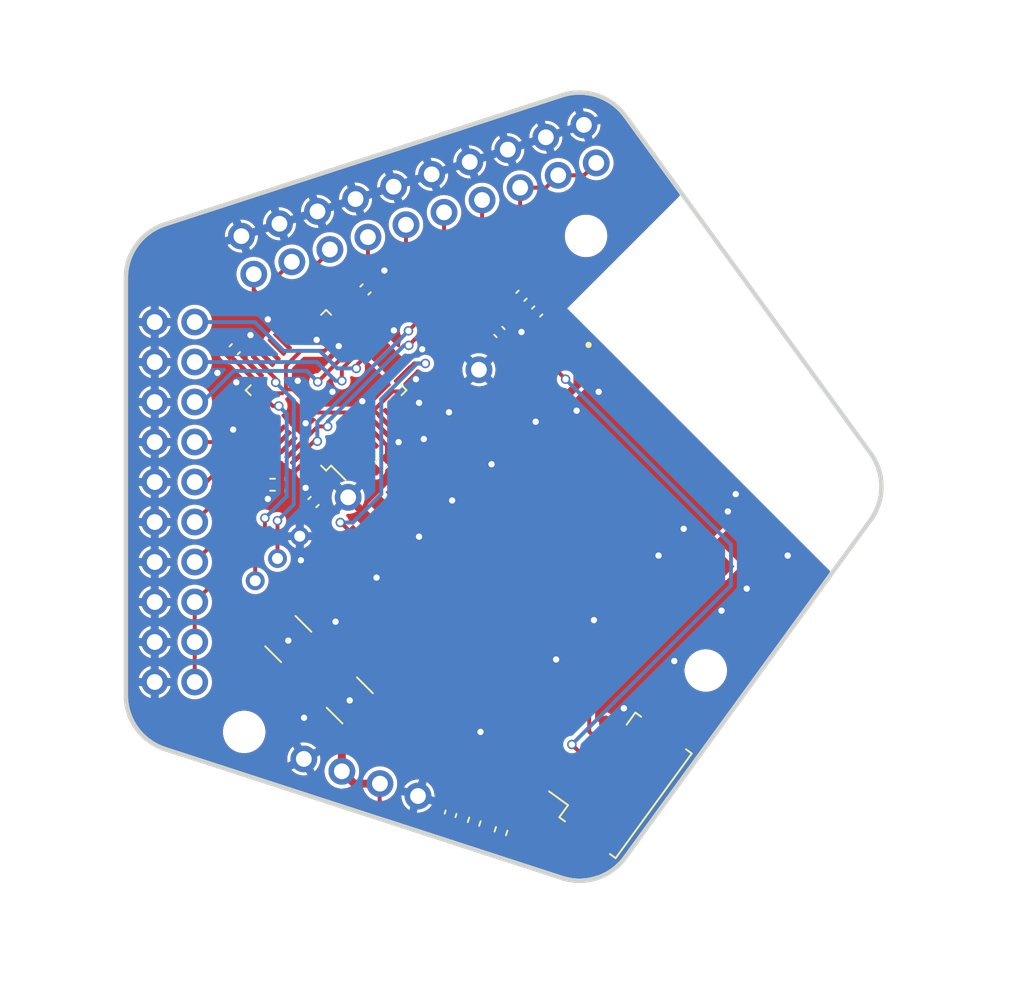
<source format=kicad_pcb>
(kicad_pcb (version 20241229) (generator "pcbnew") (generator_version "9.0")
  (layers (0 "F.Cu" signal) (2 "B.Cu" signal) (13 "F.Paste" user) (15 "B.Paste" user) (5 "F.SilkS" user "F.Silkscreen") (7 "B.SilkS" user "B.Silkscreen") (1 "F.Mask" user) (3 "B.Mask" user) (25 "Edge.Cuts" user))
  (net 0 "")
  (net 1 "Net-(U3-NRST)")
  (net 2 "Net-(U3-BOOT0)")
  (net 28 "GND")
  (net 29 "3V3")
  (net 30 "ESPEN")
  (net 31 "ESPRST")
  (net 32 "ESPRX")
  (net 35 "ESPTX")
  (net 36 "STMTX")
  (net 37 "STMRX")
  (net 38 "SWDIO")
  (net 39 "SWDCLK")
  (net 50 "DATA7")
  (net 51 "DATA6")
  (net 52 "DATA5")
  (net 53 "DATA4")
  (net 54 "DATA3")
  (net 55 "DATA2")
  (net 56 "DATA1")
  (net 57 "DATA0")
  (net 58 "DATA8")
  (net 59 "DATA9")
  (net 60 "DATA10")
  (net 61 "DATA11")
  (net 62 "DATA12")
  (net 63 "DATA13")
  (net 64 "DATA14")
  (net 65 "DATA15")
  (footprint "Capacitor_SMD:C_0402_1005Metric" (layer "F.Cu") (at -10.1 -0.7 -135)
    (property "Reference" "C2" (hide yes))
    (property "Value" "1uF")
  )
  (footprint "Capacitor_SMD:C_0402_1005Metric" (layer "F.Cu") (at -15.1 -10.4 45)
    (property "Reference" "C3" (hide yes))
    (property "Value" "1uF")
  )
  (footprint "Capacitor_SMD:C_0402_1005Metric" (layer "F.Cu") (at -6.8 -14.2 45)
    (property "Reference" "C5" (hide yes))
    (property "Value" "100nF")
  )
  (footprint "Capacitor_SMD:C_0402_1005Metric" (layer "F.Cu") (at 1.7 -11.5 -45)
    (property "Reference" "C8" (hide yes))
    (property "Value" "100nF")
  )
  (footprint "Resistor_SMD:R_0402_1005Metric" (layer "F.Cu") (at 0.1 19.6 72)
    (property "Reference" "R5" (hide yes))
    (property "Value" "10k")
  )
  (footprint "Resistor_SMD:R_0402_1005Metric" (layer "F.Cu") (at -5.8 -3.1 -135)
    (property "Reference" "R6" (hide yes))
    (property "Value" "10k")
  )
  (footprint "Resistor_SMD:R_0402_1005Metric" (layer "F.Cu") (at 1.8 20.2 72)
    (property "Reference" "R11" (hide yes))
    (property "Value" "10k")
  )
  (footprint "esp32-wrover:XCVR_ESP32-WROVER" (layer "F.Cu") (at 6.439018 0.140166 -45)
    (property "Reference" "U1" (hide yes))
    (property "Value" "ESP32-WROVER")
  )
  (footprint "Capacitor_SMD:C_0402_1005Metric" (layer "F.Cu") (at 3.1 -13.8 45)
    (property "Reference" "C9" (hide yes))
    (property "Value" "1uF")
  )
  (footprint "Capacitor_SMD:C_0402_1005Metric" (layer "F.Cu") (at 4.1 -12.8 45)
    (property "Reference" "C10" (hide yes))
    (property "Value" "1uF")
  )
  (footprint "Capacitor_SMD:C_0402_1005Metric" (layer "F.Cu") (at -1.4 19.1 72)
    (property "Reference" "C7" (hide yes))
    (property "Value" "1uF")
  )
  (footprint "Resistor_SMD:R_0402_1005Metric" (layer "F.Cu") (at -12.7 -1.8)
    (property "Reference" "R7" (hide yes))
    (property "Value" "10k")
  )
  (footprint "Connector_PinHeader_2.54mm:PinHeader_1x03_P2.54mm_Vertical" (layer "F.Cu") (at -13.8 4.3 135)
    (property "Reference" "J5" (hide yes))
    (property "Value" "Conn_01x03_Male")
  )
  (footprint "Connector_Molex:Molex_PicoBlade_53261-0571_1x05-1MP_P1.25mm_Horizontal" (layer "F.Cu") (at 9.3 17 54)
    (property "Reference" "J2" (hide yes))
    (property "Value" "Conn_01x05_Male")
  )
  (footprint "Connector_PinHeader_2.54mm:PinHeader_2x10_P2.54mm_Vertical" (layer "F.Cu") (at -17.640411 10.729639 180)
    (property "Reference" "J1" (hide yes))
    (property "Value" "Conn_02x10_Odd_Even")
  )
  (footprint "Connector_PinHeader_2.54mm:PinHeader_2x10_P2.54mm_Vertical" (layer "F.Cu") (at -13.892745 -15.17092 108)
    (property "Reference" "J3" (hide yes))
    (property "Value" "Conn_02x10_Odd_Even")
  )
  (footprint "Package_QFP:LQFP-48_7x7mm_P0.5mm" (layer "F.Cu") (at -9.3 -7.8 135)
    (property "Reference" "U3" (hide yes))
    (property "Value" "STM32F030C8Tx")
  )
  (footprint "MountingHole:MountingHole_2.2mm_M2" (layer "F.Cu") (at -14.5 13.9)
    (property "Reference" "REF**" (hide yes))
    (property "Value" "MountingHole_2.2mm_M2")
  )
  (footprint "MountingHole:MountingHole_2.2mm_M2" (layer "F.Cu") (at 22.4 0)
    (property "Reference" "REF**" (hide yes))
    (property "Value" "MountingHole_2.2mm_M2")
  )
  (footprint "MountingHole:MountingHole_2.2mm_M2" (layer "F.Cu") (at 7.2 -17.6)
    (property "Reference" "REF**" (hide yes))
    (property "Value" "MountingHole_2.2mm_M2")
  )
  (footprint "Connector_PinHeader_2.54mm:PinHeader_1x01_P2.54mm_Vertical" (layer "F.Cu") (at -7.9 -1)
    (property "Reference" "J7" (hide yes))
    (property "Value" "Conn_01x01_Male")
  )
  (footprint "Connector_PinHeader_2.54mm:PinHeader_1x04_P2.54mm_Vertical" (layer "F.Cu") (at -10.715684 15.615097 72)
    (property "Reference" "J4" (hide yes))
    (property "Value" "Conn_01x04_Male")
  )
  (footprint "Capacitor_SMD:C_1210_3225Metric" (layer "F.Cu") (at -11.7 8 135)
    (property "Reference" "C1" (hide yes))
    (property "Value" "22uF")
  )
  (footprint "Capacitor_SMD:C_1210_3225Metric" (layer "F.Cu") (at -7.8 11.9 -45)
    (property "Reference" "C4" (hide yes))
    (property "Value" "22uF")
  )
  (footprint "MountingHole:MountingHole_2.2mm_M2" (layer "F.Cu") (at 14.8 10)
    (property "Reference" "REF**" (hide yes))
    (property "Value" "MountingHole_2.2mm_M2")
  )
  (footprint "outline:outlinex" (layer "F.Cu") (at 0 0)
    (property "Reference" "")
    (property "Value" "")
    (fp_line (start -22.010138 11.574039) (end -22.007224 11.719321) (stroke (width 0.282843)) (layer "Edge.Cuts"))
    (fp_line (start -22.010135 -14.926086) (end -22.010138 11.574039) (stroke (width 0.282843)) (layer "Edge.Cuts"))
    (fp_line (start -22.007224 11.719321) (end -21.998538 11.863434) (stroke (width 0.282843)) (layer "Edge.Cuts"))
    (fp_line (start -22.007203 -15.071351) (end -22.010135 -14.926086) (stroke (width 0.282843)) (layer "Edge.Cuts"))
    (fp_line (start -21.998538 11.863434) (end -21.984175 12.006247) (stroke (width 0.282843)) (layer "Edge.Cuts"))
    (fp_line (start -21.9985 -15.215448) (end -22.007203 -15.071351) (stroke (width 0.282843)) (layer "Edge.Cuts"))
    (fp_line (start -21.984175 12.006247) (end -21.964231 12.147628) (stroke (width 0.282843)) (layer "Edge.Cuts"))
    (fp_line (start -21.984122 -15.358244) (end -21.9985 -15.215448) (stroke (width 0.282843)) (layer "Edge.Cuts"))
    (fp_line (start -21.964231 12.147628) (end -21.938803 12.287444) (stroke (width 0.282843)) (layer "Edge.Cuts"))
    (fp_line (start -21.964164 -15.499607) (end -21.984122 -15.358244) (stroke (width 0.282843)) (layer "Edge.Cuts"))
    (fp_line (start -21.938803 12.287444) (end -21.907985 12.425564) (stroke (width 0.282843)) (layer "Edge.Cuts"))
    (fp_line (start -21.938722 -15.639406) (end -21.964164 -15.499607) (stroke (width 0.282843)) (layer "Edge.Cuts"))
    (fp_line (start -21.907985 12.425564) (end -21.871874 12.561856) (stroke (width 0.282843)) (layer "Edge.Cuts"))
    (fp_line (start -21.907893 -15.777508) (end -21.938722 -15.639406) (stroke (width 0.282843)) (layer "Edge.Cuts"))
    (fp_line (start -21.871874 12.561856) (end -21.830566 12.696187) (stroke (width 0.282843)) (layer "Edge.Cuts"))
    (fp_line (start -21.871772 -15.913782) (end -21.907893 -15.777508) (stroke (width 0.282843)) (layer "Edge.Cuts"))
    (fp_line (start -21.830566 12.696187) (end -21.784157 12.828426) (stroke (width 0.282843)) (layer "Edge.Cuts"))
    (fp_line (start -21.830455 -16.048095) (end -21.871772 -15.913782) (stroke (width 0.282843)) (layer "Edge.Cuts"))
    (fp_line (start -21.784157 12.828426) (end -21.732742 12.95844) (stroke (width 0.282843)) (layer "Edge.Cuts"))
    (fp_line (start -21.784038 -16.180316) (end -21.830455 -16.048095) (stroke (width 0.282843)) (layer "Edge.Cuts"))
    (fp_line (start -21.732742 12.95844) (end -21.676418 13.086097) (stroke (width 0.282843)) (layer "Edge.Cuts"))
    (fp_line (start -21.732617 -16.310312) (end -21.784038 -16.180316) (stroke (width 0.282843)) (layer "Edge.Cuts"))
    (fp_line (start -21.676418 13.086097) (end -21.615281 13.211266) (stroke (width 0.282843)) (layer "Edge.Cuts"))
    (fp_line (start -21.676288 -16.437952) (end -21.732617 -16.310312) (stroke (width 0.282843)) (layer "Edge.Cuts"))
    (fp_line (start -21.615281 13.211266) (end -21.549425 13.333815) (stroke (width 0.282843)) (layer "Edge.Cuts"))
    (fp_line (start -21.615146 -16.563103) (end -21.676288 -16.437952) (stroke (width 0.282843)) (layer "Edge.Cuts"))
    (fp_line (start -21.549425 13.333815) (end -21.478948 13.453611) (stroke (width 0.282843)) (layer "Edge.Cuts"))
    (fp_line (start -21.549288 -16.685634) (end -21.615146 -16.563103) (stroke (width 0.282843)) (layer "Edge.Cuts"))
    (fp_line (start -21.478948 13.453611) (end -21.403946 13.570523) (stroke (width 0.282843)) (layer "Edge.Cuts"))
    (fp_line (start -21.478809 -16.805413) (end -21.549288 -16.685634) (stroke (width 0.282843)) (layer "Edge.Cuts"))
    (fp_line (start -21.403946 13.570523) (end -21.324513 13.684418) (stroke (width 0.282843)) (layer "Edge.Cuts"))
    (fp_line (start -21.403806 -16.922307) (end -21.478809 -16.805413) (stroke (width 0.282843)) (layer "Edge.Cuts"))
    (fp_line (start -21.324513 13.684418) (end -21.240746 13.795164) (stroke (width 0.282843)) (layer "Edge.Cuts"))
    (fp_line (start -21.324373 -17.036185) (end -21.403806 -16.922307) (stroke (width 0.282843)) (layer "Edge.Cuts"))
    (fp_line (start -21.240746 13.795164) (end -21.152741 13.902629) (stroke (width 0.282843)) (layer "Edge.Cuts"))
    (fp_line (start -21.240608 -17.146915) (end -21.324373 -17.036185) (stroke (width 0.282843)) (layer "Edge.Cuts"))
    (fp_line (start -21.152741 13.902629) (end -21.060594 14.006682) (stroke (width 0.282843)) (layer "Edge.Cuts"))
    (fp_line (start -21.152606 -17.254365) (end -21.240608 -17.146915) (stroke (width 0.282843)) (layer "Edge.Cuts"))
    (fp_line (start -21.060594 14.006682) (end -20.964401 14.107191) (stroke (width 0.282843)) (layer "Edge.Cuts"))
    (fp_line (start -21.060463 -17.358402) (end -21.152606 -17.254365) (stroke (width 0.282843)) (layer "Edge.Cuts"))
    (fp_line (start -20.964401 14.107191) (end -20.864258 14.204023) (stroke (width 0.282843)) (layer "Edge.Cuts"))
    (fp_line (start -20.964274 -17.458895) (end -21.060463 -17.358402) (stroke (width 0.282843)) (layer "Edge.Cuts"))
    (fp_line (start -20.864258 14.204023) (end -20.76026 14.297046) (stroke (width 0.282843)) (layer "Edge.Cuts"))
    (fp_line (start -20.864136 -17.555712) (end -20.964274 -17.458895) (stroke (width 0.282843)) (layer "Edge.Cuts"))
    (fp_line (start -20.76026 14.297046) (end -20.652503 14.386128) (stroke (width 0.282843)) (layer "Edge.Cuts"))
    (fp_line (start -20.760145 -17.648721) (end -20.864136 -17.555712) (stroke (width 0.282843)) (layer "Edge.Cuts"))
    (fp_line (start -20.652503 14.386128) (end -20.541084 14.471137) (stroke (width 0.282843)) (layer "Edge.Cuts"))
    (fp_line (start -20.652396 -17.73779) (end -20.760145 -17.648721) (stroke (width 0.282843)) (layer "Edge.Cuts"))
    (fp_line (start -20.541084 14.471137) (end -20.426098 14.551942) (stroke (width 0.282843)) (layer "Edge.Cuts"))
    (fp_line (start -20.540985 -17.822787) (end -20.652396 -17.73779) (stroke (width 0.282843)) (layer "Edge.Cuts"))
    (fp_line (start -20.426098 14.551942) (end -20.307641 14.62841) (stroke (width 0.282843)) (layer "Edge.Cuts"))
    (fp_line (start -20.426008 -17.90358) (end -20.540985 -17.822787) (stroke (width 0.282843)) (layer "Edge.Cuts"))
    (fp_line (start -20.307641 14.62841) (end -20.18581 14.700409) (stroke (width 0.282843)) (layer "Edge.Cuts"))
    (fp_line (start -20.307562 -17.980037) (end -20.426008 -17.90358) (stroke (width 0.282843)) (layer "Edge.Cuts"))
    (fp_line (start -20.18581 14.700409) (end -20.060699 14.767808) (stroke (width 0.282843)) (layer "Edge.Cuts"))
    (fp_line (start -20.185742 -18.052026) (end -20.307562 -17.980037) (stroke (width 0.282843)) (layer "Edge.Cuts"))
    (fp_line (start -20.060699 14.767808) (end -19.932405 14.830473) (stroke (width 0.282843)) (layer "Edge.Cuts"))
    (fp_line (start -20.060643 -18.119415) (end -20.185742 -18.052026) (stroke (width 0.282843)) (layer "Edge.Cuts"))
    (fp_line (start -19.932405 14.830473) (end -19.801025 14.888274) (stroke (width 0.282843)) (layer "Edge.Cuts"))
    (fp_line (start -19.932362 -18.182072) (end -20.060643 -18.119415) (stroke (width 0.282843)) (layer "Edge.Cuts"))
    (fp_line (start -19.801025 14.888274) (end -19.666652 14.941078) (stroke (width 0.282843)) (layer "Edge.Cuts"))
    (fp_line (start -19.800995 -18.239865) (end -19.932362 -18.182072) (stroke (width 0.282843)) (layer "Edge.Cuts"))
    (fp_line (start -19.666652 14.941078) (end -19.529385 14.988753) (stroke (width 0.282843)) (layer "Edge.Cuts"))
    (fp_line (start -19.666637 -18.292662) (end -19.800995 -18.239865) (stroke (width 0.282843)) (layer "Edge.Cuts"))
    (fp_line (start -19.529385 -18.340332) (end -19.666637 -18.292662) (stroke (width 0.282843)) (layer "Edge.Cuts"))
    (fp_line (start -19.529385 14.988753) (end 5.674037 23.177516) (stroke (width 0.282843)) (layer "Edge.Cuts"))
    (fp_line (start 5.674037 -26.529561) (end -19.529385 -18.340332) (stroke (width 0.282843)) (layer "Edge.Cuts"))
    (fp_line (start 5.674037 23.177516) (end 5.81309 23.219609) (stroke (width 0.282843)) (layer "Edge.Cuts"))
    (fp_line (start 5.81309 -26.571654) (end 5.674037 -26.529561) (stroke (width 0.282843)) (layer "Edge.Cuts"))
    (fp_line (start 5.81309 23.219609) (end 5.952815 23.255853) (stroke (width 0.282843)) (layer "Edge.Cuts"))
    (fp_line (start 5.952815 -26.607899) (end 5.81309 -26.571654) (stroke (width 0.282843)) (layer "Edge.Cuts"))
    (fp_line (start 5.952815 23.255853) (end 6.093057 23.286299) (stroke (width 0.282843)) (layer "Edge.Cuts"))
    (fp_line (start 6.093056 -26.638344) (end 5.952815 -26.607899) (stroke (width 0.282843)) (layer "Edge.Cuts"))
    (fp_line (start 6.093057 23.286299) (end 6.23366 23.310996) (stroke (width 0.282843)) (layer "Edge.Cuts"))
    (fp_line (start 6.233659 -26.663041) (end 6.093056 -26.638344) (stroke (width 0.282843)) (layer "Edge.Cuts"))
    (fp_line (start 6.23366 23.310996) (end 6.374469 23.329995) (stroke (width 0.282843)) (layer "Edge.Cuts"))
    (fp_line (start 6.374469 -26.68204) (end 6.233659 -26.663041) (stroke (width 0.282843)) (layer "Edge.Cuts"))
    (fp_line (start 6.374469 23.329995) (end 6.51533 23.343346) (stroke (width 0.282843)) (layer "Edge.Cuts"))
    (fp_line (start 6.51533 -26.695392) (end 6.374469 -26.68204) (stroke (width 0.282843)) (layer "Edge.Cuts"))
    (fp_line (start 6.51533 23.343346) (end 6.656087 23.351101) (stroke (width 0.282843)) (layer "Edge.Cuts"))
    (fp_line (start 6.656086 -26.703147) (end 6.51533 -26.695392) (stroke (width 0.282843)) (layer "Edge.Cuts"))
    (fp_line (start 6.656087 23.351101) (end 6.796585 23.353309) (stroke (width 0.282843)) (layer "Edge.Cuts"))
    (fp_line (start 6.796584 -26.705355) (end 6.656086 -26.703147) (stroke (width 0.282843)) (layer "Edge.Cuts"))
    (fp_line (start 6.796585 23.353309) (end 6.936669 23.35002) (stroke (width 0.282843)) (layer "Edge.Cuts"))
    (fp_line (start 6.936668 -26.702066) (end 6.796584 -26.705355) (stroke (width 0.282843)) (layer "Edge.Cuts"))
    (fp_line (start 6.936669 23.35002) (end 7.076183 23.341286) (stroke (width 0.282843)) (layer "Edge.Cuts"))
    (fp_line (start 7.076182 -26.693332) (end 6.936668 -26.702066) (stroke (width 0.282843)) (layer "Edge.Cuts"))
    (fp_line (start 7.076183 23.341286) (end 7.214973 23.327156) (stroke (width 0.282843)) (layer "Edge.Cuts"))
    (fp_line (start 7.214973 -26.679203) (end 7.076182 -26.693332) (stroke (width 0.282843)) (layer "Edge.Cuts"))
    (fp_line (start 7.214973 23.327156) (end 7.352884 23.307681) (stroke (width 0.282843)) (layer "Edge.Cuts"))
    (fp_line (start 7.352883 -26.659728) (end 7.214973 -26.679203) (stroke (width 0.282843)) (layer "Edge.Cuts"))
    (fp_line (start 7.352884 23.307681) (end 7.489761 23.282911) (stroke (width 0.282843)) (layer "Edge.Cuts"))
    (fp_line (start 7.48976 -26.634958) (end 7.352883 -26.659728) (stroke (width 0.282843)) (layer "Edge.Cuts"))
    (fp_line (start 7.489761 23.282911) (end 7.625447 23.252897) (stroke (width 0.282843)) (layer "Edge.Cuts"))
    (fp_line (start 7.625446 -26.604944) (end 7.48976 -26.634958) (stroke (width 0.282843)) (layer "Edge.Cuts"))
    (fp_line (start 7.625447 23.252897) (end 7.759789 23.217689) (stroke (width 0.282843)) (layer "Edge.Cuts"))
    (fp_line (start 7.759788 -26.569737) (end 7.625446 -26.604944) (stroke (width 0.282843)) (layer "Edge.Cuts"))
    (fp_line (start 7.759789 23.217689) (end 7.892631 23.177338) (stroke (width 0.282843)) (layer "Edge.Cuts"))
    (fp_line (start 7.89263 -26.529386) (end 7.759788 -26.569737) (stroke (width 0.282843)) (layer "Edge.Cuts"))
    (fp_line (start 7.892631 23.177338) (end 8.023819 23.131894) (stroke (width 0.282843)) (layer "Edge.Cuts"))
    (fp_line (start 8.023817 -26.483941) (end 7.89263 -26.529386) (stroke (width 0.282843)) (layer "Edge.Cuts"))
    (fp_line (start 8.023819 23.131894) (end 8.153196 23.081406) (stroke (width 0.282843)) (layer "Edge.Cuts"))
    (fp_line (start 8.153194 -26.433455) (end 8.023817 -26.483941) (stroke (width 0.282843)) (layer "Edge.Cuts"))
    (fp_line (start 8.153196 23.081406) (end 8.280607 23.025927) (stroke (width 0.282843)) (layer "Edge.Cuts"))
    (fp_line (start 8.280606 -26.377975) (end 8.153194 -26.433455) (stroke (width 0.282843)) (layer "Edge.Cuts"))
    (fp_line (start 8.280607 23.025927) (end 8.405899 22.965506) (stroke (width 0.282843)) (layer "Edge.Cuts"))
    (fp_line (start 8.405898 -26.317554) (end 8.280606 -26.377975) (stroke (width 0.282843)) (layer "Edge.Cuts"))
    (fp_line (start 8.405899 22.965506) (end 8.528915 22.900193) (stroke (width 0.282843)) (layer "Edge.Cuts"))
    (fp_line (start 8.528914 -26.252242) (end 8.405898 -26.317554) (stroke (width 0.282843)) (layer "Edge.Cuts"))
    (fp_line (start 8.528915 22.900193) (end 8.6495 22.83004) (stroke (width 0.282843)) (layer "Edge.Cuts"))
    (fp_line (start 8.649499 -26.182088) (end 8.528914 -26.252242) (stroke (width 0.282843)) (layer "Edge.Cuts"))
    (fp_line (start 8.6495 22.83004) (end 8.7675 22.755095) (stroke (width 0.282843)) (layer "Edge.Cuts"))
    (fp_line (start 8.767499 -26.107144) (end 8.649499 -26.182088) (stroke (width 0.282843)) (layer "Edge.Cuts"))
    (fp_line (start 8.7675 22.755095) (end 8.882759 22.67541) (stroke (width 0.282843)) (layer "Edge.Cuts"))
    (fp_line (start 8.882758 -26.02746) (end 8.767499 -26.107144) (stroke (width 0.282843)) (layer "Edge.Cuts"))
    (fp_line (start 8.882759 22.67541) (end 8.995122 22.591036) (stroke (width 0.282843)) (layer "Edge.Cuts"))
    (fp_line (start 8.995121 -25.943086) (end 8.882758 -26.02746) (stroke (width 0.282843)) (layer "Edge.Cuts"))
    (fp_line (start 8.995122 22.591036) (end 9.104434 22.502022) (stroke (width 0.282843)) (layer "Edge.Cuts"))
    (fp_line (start 9.104434 -25.854072) (end 8.995121 -25.943086) (stroke (width 0.282843)) (layer "Edge.Cuts"))
    (fp_line (start 9.104434 22.502022) (end 9.210541 22.408419) (stroke (width 0.282843)) (layer "Edge.Cuts"))
    (fp_line (start 9.21054 -25.760469) (end 9.104434 -25.854072) (stroke (width 0.282843)) (layer "Edge.Cuts"))
    (fp_line (start 9.210541 22.408419) (end 9.313285 22.310278) (stroke (width 0.282843)) (layer "Edge.Cuts"))
    (fp_line (start 9.313285 -25.662328) (end 9.21054 -25.760469) (stroke (width 0.282843)) (layer "Edge.Cuts"))
    (fp_line (start 9.313285 22.310278) (end 9.412514 22.207648) (stroke (width 0.282843)) (layer "Edge.Cuts"))
    (fp_line (start 9.412513 -25.559698) (end 9.313285 -25.662328) (stroke (width 0.282843)) (layer "Edge.Cuts"))
    (fp_line (start 9.412514 22.207648) (end 9.508071 22.10058) (stroke (width 0.282843)) (layer "Edge.Cuts"))
    (fp_line (start 9.50807 -25.452631) (end 9.412513 -25.559698) (stroke (width 0.282843)) (layer "Edge.Cuts"))
    (fp_line (start 9.508071 22.10058) (end 9.599801 21.989125) (stroke (width 0.282843)) (layer "Edge.Cuts"))
    (fp_line (start 9.599801 -25.341176) (end 9.50807 -25.452631) (stroke (width 0.282843)) (layer "Edge.Cuts"))
    (fp_line (start 9.599801 21.989125) (end 9.68755 21.873333) (stroke (width 0.282843)) (layer "Edge.Cuts"))
    (fp_line (start 9.68755 -25.225384) (end 9.599801 -25.341176) (stroke (width 0.282843)) (layer "Edge.Cuts"))
    (fp_line (start 9.68755 21.873333) (end 25.26434 0.434273) (stroke (width 0.282843)) (layer "Edge.Cuts"))
    (fp_line (start 25.26434 -3.786318) (end 9.68755 -25.225384) (stroke (width 0.282843)) (layer "Edge.Cuts"))
    (fp_line (start 25.26434 0.434273) (end 25.347368 0.315025) (stroke (width 0.282843)) (layer "Edge.Cuts"))
    (fp_line (start 25.347368 -3.667069) (end 25.26434 -3.786318) (stroke (width 0.282843)) (layer "Edge.Cuts"))
    (fp_line (start 25.347368 0.315025) (end 25.425039 0.193329) (stroke (width 0.282843)) (layer "Edge.Cuts"))
    (fp_line (start 25.425039 -3.545374) (end 25.347368 -3.667069) (stroke (width 0.282843)) (layer "Edge.Cuts"))
    (fp_line (start 25.425039 0.193329) (end 25.497354 0.069349) (stroke (width 0.282843)) (layer "Edge.Cuts"))
    (fp_line (start 25.497354 -3.421394) (end 25.425039 -3.545374) (stroke (width 0.282843)) (layer "Edge.Cuts"))
    (fp_line (start 25.497354 0.069349) (end 25.564312 -0.056752) (stroke (width 0.282843)) (layer "Edge.Cuts"))
    (fp_line (start 25.564312 -3.295292) (end 25.497354 -3.421394) (stroke (width 0.282843)) (layer "Edge.Cuts"))
    (fp_line (start 25.564312 -0.056752) (end 25.625913 -0.184811) (stroke (width 0.282843)) (layer "Edge.Cuts"))
    (fp_line (start 25.625913 -3.167233) (end 25.564312 -3.295292) (stroke (width 0.282843)) (layer "Edge.Cuts"))
    (fp_line (start 25.625913 -0.184811) (end 25.682158 -0.314665) (stroke (width 0.282843)) (layer "Edge.Cuts"))
    (fp_line (start 25.682158 -3.037379) (end 25.625913 -3.167233) (stroke (width 0.282843)) (layer "Edge.Cuts"))
    (fp_line (start 25.682158 -0.314665) (end 25.733046 -0.446151) (stroke (width 0.282843)) (layer "Edge.Cuts"))
    (fp_line (start 25.733046 -2.905894) (end 25.682158 -3.037379) (stroke (width 0.282843)) (layer "Edge.Cuts"))
    (fp_line (start 25.733046 -0.446151) (end 25.778578 -0.579105) (stroke (width 0.282843)) (layer "Edge.Cuts"))
    (fp_line (start 25.778578 -2.77294) (end 25.733046 -2.905894) (stroke (width 0.282843)) (layer "Edge.Cuts"))
    (fp_line (start 25.778578 -0.579105) (end 25.818752 -0.713364) (stroke (width 0.282843)) (layer "Edge.Cuts"))
    (fp_line (start 25.818752 -2.63868) (end 25.778578 -2.77294) (stroke (width 0.282843)) (layer "Edge.Cuts"))
    (fp_line (start 25.818752 -0.713364) (end 25.85357 -0.848765) (stroke (width 0.282843)) (layer "Edge.Cuts"))
    (fp_line (start 25.85357 -2.503279) (end 25.818752 -2.63868) (stroke (width 0.282843)) (layer "Edge.Cuts"))
    (fp_line (start 25.85357 -0.848765) (end 25.883032 -0.985146) (stroke (width 0.282843)) (layer "Edge.Cuts"))
    (fp_line (start 25.883032 -2.366898) (end 25.85357 -2.503279) (stroke (width 0.282843)) (layer "Edge.Cuts"))
    (fp_line (start 25.883032 -0.985146) (end 25.907137 -1.122342) (stroke (width 0.282843)) (layer "Edge.Cuts"))
    (fp_line (start 25.907137 -2.229702) (end 25.883032 -2.366898) (stroke (width 0.282843)) (layer "Edge.Cuts"))
    (fp_line (start 25.907137 -1.122342) (end 25.925885 -1.260191) (stroke (width 0.282843)) (layer "Edge.Cuts"))
    (fp_line (start 25.925885 -2.091853) (end 25.907137 -2.229702) (stroke (width 0.282843)) (layer "Edge.Cuts"))
    (fp_line (start 25.925885 -1.260191) (end 25.939277 -1.398529) (stroke (width 0.282843)) (layer "Edge.Cuts"))
    (fp_line (start 25.939277 -1.953515) (end 25.925885 -2.091853) (stroke (width 0.282843)) (layer "Edge.Cuts"))
    (fp_line (start 25.939277 -1.398529) (end 25.947312 -1.537194) (stroke (width 0.282843)) (layer "Edge.Cuts"))
    (fp_line (start 25.947312 -1.81485) (end 25.939277 -1.953515) (stroke (width 0.282843)) (layer "Edge.Cuts"))
    (fp_line (start 25.947312 -1.537194) (end 25.94999 -1.676022) (stroke (width 0.282843)) (layer "Edge.Cuts"))
    (fp_line (start 25.94999 -1.676022) (end 25.947312 -1.81485) (stroke (width 0.282843)) (layer "Edge.Cuts"))
  )
  (footprint "Connector_PinHeader_2.54mm:PinHeader_1x01_P2.54mm_Vertical" (layer "F.Cu") (at 0.4 -9.1)
    (property "Reference" "J6" (hide yes))
    (property "Value" "Conn_01x01_Male")
  )
  (segment (start -5.439376 -4.29293) (end -5.439376 -3.460624) (width 0.25) (layer "F.Cu") (net 1))
  (segment (start -6.179891 -5.033445) (end -5.439376 -4.29293) (width 0.25) (layer "F.Cu") (net 1))
  (segment (start -13.21 -2.82934) (end -13.21 -1.8) (width 0.25) (layer "F.Cu") (net 2))
  (segment (start -11.713002 -4.326338) (end -13.21 -2.82934) (width 0.25) (layer "F.Cu") (net 2))
  (segment (start -10.652342 -3.265678) (end -11.299999 -2.618021) (width 0.25) (layer "F.Cu") (net 28))
  (segment (start -14.1 -10.9) (end -14.1 -11.3) (width 0.25) (layer "F.Cu") (net 28))
  (segment (start -4.93934 -4.5) (end -4.7 -4.5) (width 0.25) (layer "F.Cu") (net 28))
  (segment (start -13.834322 -9.152342) (end -13.869664 -9.152342) (width 0.25) (layer "F.Cu") (net 28))
  (segment (start -7.947658 -12.334322) (end -8.515606 -11.766374) (width 0.25) (layer "F.Cu") (net 28))
  (segment (start -13.869664 -9.152342) (end -14.437611 -9.720289) (width 0.25) (layer "F.Cu") (net 28))
  (segment (start -13.834322 -9.187682) (end -14.40227 -9.75563) (width 0.25) (layer "F.Cu") (net 28))
  (segment (start 8.827822 13.566773) (end 8.827822 13.172178) (width 0.25) (layer "F.Cu") (net 28))
  (segment (start -14.40227 -9.75563) (end -14.40227 -10.59773) (width 0.25) (layer "F.Cu") (net 28))
  (segment (start -8.515606 -10.615606) (end -8.5 -10.6) (width 0.25) (layer "F.Cu") (net 28))
  (segment (start 8.827822 13.172178) (end 9.6 12.4) (width 0.25) (layer "F.Cu") (net 28))
  (segment (start -11.299999 -2.618021) (end -11.299999 -1.87302) (width 0.25) (layer "F.Cu") (net 28))
  (segment (start -14.40227 -10.59773) (end -14.1 -10.9) (width 0.25) (layer "F.Cu") (net 28))
  (segment (start -11.299999 -1.87302) (end -10.726979 -1.3) (width 0.25) (layer "F.Cu") (net 28))
  (segment (start 18.209872 0.309872) (end 16.7 -1.2) (width 0.25) (layer "F.Cu") (net 28))
  (segment (start -5.826338 -5.386998) (end -4.93934 -4.5) (width 0.25) (layer "F.Cu") (net 28))
  (segment (start 18.290128 0.309872) (end 18.209872 0.309872) (width 0.25) (layer "F.Cu") (net 28))
  (segment (start -13.834322 -9.152342) (end -13.834322 -9.187682) (width 0.25) (layer "F.Cu") (net 28))
  (segment (start -8.515606 -11.766374) (end -8.515606 -10.615606) (width 0.25) (layer "F.Cu") (net 28))
  (via (at -4.7 -4.5) (size 0.6) (drill 0.4) (layers "F.Cu" "B.Cu") (net 28))
  (via (at -5.6 -15.4) (size 0.6) (drill 0.4) (layers "F.Cu" "B.Cu") (net 28))
  (via (at -3.6 -8.5) (size 0.6) (drill 0.4) (layers "F.Cu" "B.Cu") (net 28))
  (via (at -3.4 -7) (size 0.6) (drill 0.4) (layers "F.Cu" "B.Cu") (net 28))
  (via (at 3.1 -11.5) (size 0.6) (drill 0.4) (layers "F.Cu" "B.Cu") (net 28))
  (via (at -1.5 -6.4) (size 0.6) (drill 0.4) (layers "F.Cu" "B.Cu") (net 28))
  (via (at -9.9 -11) (size 0.6) (drill 0.4) (layers "F.Cu" "B.Cu") (net 28))
  (via (at -14.1 -11.3) (size 0.6) (drill 0.4) (layers "F.Cu" "B.Cu") (net 28))
  (via (at -13 -12.3) (size 0.6) (drill 0.4) (layers "F.Cu" "B.Cu") (net 28))
  (via (at -16.2 -8.9) (size 0.6) (drill 0.4) (layers "F.Cu" "B.Cu") (net 28))
  (via (at -15.2 -5.3) (size 0.6) (drill 0.4) (layers "F.Cu" "B.Cu") (net 28))
  (via (at -11.1 -8.4) (size 0.6) (drill 0.4) (layers "F.Cu" "B.Cu") (net 28))
  (via (at -15 -8.3) (size 0.6) (drill 0.4) (layers "F.Cu" "B.Cu") (net 28))
  (via (at -8.9 -7.7) (size 0.6) (drill 0.4) (layers "F.Cu" "B.Cu") (net 28))
  (via (at -7 -7.1) (size 0.6) (drill 0.4) (layers "F.Cu" "B.Cu") (net 28))
  (via (at -3.2 -10.4) (size 0.6) (drill 0.4) (layers "F.Cu" "B.Cu") (net 28))
  (via (at -5 -11.6) (size 0.6) (drill 0.4) (layers "F.Cu" "B.Cu") (net 28))
  (via (at 16.2 -0.1) (size 0.6) (drill 0.4) (layers "F.Cu" "B.Cu") (net 28))
  (via (at 17.4 4.8) (size 0.6) (drill 0.4) (layers "F.Cu" "B.Cu") (net 28))
  (via (at 13.4 1) (size 0.6) (drill 0.4) (layers "F.Cu" "B.Cu") (net 28))
  (via (at 0.5 13.9) (size 0.6) (drill 0.4) (layers "F.Cu" "B.Cu") (net 28))
  (via (at 5.3 9.3) (size 0.6) (drill 0.4) (layers "F.Cu" "B.Cu") (net 28))
  (via (at 7.7 6.8) (size 0.6) (drill 0.4) (layers "F.Cu" "B.Cu") (net 28))
  (via (at 11.8 2.7) (size 0.6) (drill 0.4) (layers "F.Cu" "B.Cu") (net 28))
  (via (at 15.8 6.2) (size 0.6) (drill 0.4) (layers "F.Cu" "B.Cu") (net 28))
  (via (at 12.8 9.4) (size 0.6) (drill 0.4) (layers "F.Cu" "B.Cu") (net 28))
  (via (at -7.8 11.9) (size 0.6) (drill 0.4) (layers "F.Cu" "B.Cu") (net 28))
  (via (at -11.7 8.1) (size 0.6) (drill 0.4) (layers "F.Cu" "B.Cu") (net 28))
  (via (at -8.7 6.9) (size 0.6) (drill 0.4) (layers "F.Cu" "B.Cu") (net 28))
  (via (at -10.7 13) (size 0.6) (drill 0.4) (layers "F.Cu" "B.Cu") (net 28))
  (via (at -10.6 -5.7) (size 0.6) (drill 0.4) (layers "F.Cu" "B.Cu") (net 28))
  (via (at -13 -0.9) (size 0.6) (drill 0.4) (layers "F.Cu" "B.Cu") (net 28))
  (via (at 4 -5.8) (size 0.6) (drill 0.4) (layers "F.Cu" "B.Cu") (net 28))
  (via (at 1.2 -3.1) (size 0.6) (drill 0.4) (layers "F.Cu" "B.Cu") (net 28))
  (via (at -1.3 -0.8) (size 0.6) (drill 0.4) (layers "F.Cu" "B.Cu") (net 28))
  (via (at -3.4 1.5) (size 0.6) (drill 0.4) (layers "F.Cu" "B.Cu") (net 28))
  (via (at -6.1 4.1) (size 0.6) (drill 0.4) (layers "F.Cu" "B.Cu") (net 28))
  (via (at -10.9 3) (size 0.6) (drill 0.4) (layers "F.Cu" "B.Cu") (net 28))
  (via (at -3.1 -4.7) (size 0.6) (drill 0.4) (layers "F.Cu" "B.Cu") (net 28))
  (via (at 8 -7.7) (size 0.6) (drill 0.4) (layers "F.Cu" "B.Cu") (net 28))
  (via (at 6.6 -6.5) (size 0.6) (drill 0.4) (layers "F.Cu" "B.Cu") (net 28))
  (via (at -8.5 -10.6) (size 0.6) (drill 0.4) (layers "F.Cu" "B.Cu") (net 28))
  (via (at 16.7 -1.2) (size 0.6) (drill 0.4) (layers "F.Cu" "B.Cu") (net 28))
  (via (at -10.6 -1.6) (size 0.6) (drill 0.4) (layers "F.Cu" "B.Cu") (net 28))
  (via (at 9.6 12.4) (size 0.6) (drill 0.4) (layers "F.Cu" "B.Cu") (net 28))
  (via (at 20 2.7) (size 0.6) (drill 0.4) (layers "F.Cu" "B.Cu") (net 28))
  (segment (start 20 2.1) (end 20 2.7) (width 0.25) (layer "B.Cu") (net 28))
  (segment (start 16.7 -1.2) (end 20 2.1) (width 0.25) (layer "B.Cu") (net 28))
  (segment (start -8.3 16.4) (end -8.3 14.9) (width 0.5) (layer "F.Cu") (net 29))
  (segment (start -8.3 14.9) (end -9.7 13.5) (width 0.5) (layer "F.Cu") (net 29))
  (segment (start -10.657017 9.042983) (end -8.842983 10.857017) (width 0.5) (layer "F.Cu") (net 29))
  (segment (start -10.9 -10.3) (end -11.85 -9.35) (width 0.25) (layer "F.Cu") (net 29))
  (segment (start -13.584173 -8.231841) (end -13.326385 -8.231841) (width 0.25) (layer "F.Cu") (net 29))
  (segment (start -9.4 -10.3) (end -10.9 -10.3) (width 0.25) (layer "F.Cu") (net 29))
  (segment (start -12.7 -7.605456) (end -12.094544 -7.605456) (width 0.25) (layer "F.Cu") (net 29))
  (segment (start 6.650001 -9.534204) (end 5.371287 -10.812918) (width 0.5) (layer "F.Cu") (net 29))
  (segment (start -10.298788 -2.912124) (end -9.005456 -4.205456) (width 0.25) (layer "F.Cu") (net 29))
  (segment (start -5.077287 -7.722713) (end -3.122713 -7.722713) (width 0.25) (layer "F.Cu") (net 29))
  (segment (start -7.733265 -2.344177) (end -6.555823 -2.344177) (width 0.25) (layer "F.Cu") (net 29))
  (segment (start -5.472785 -5.740551) (end -6.116117 -6.383883) (width 0.25) (layer "F.Cu") (net 29))
  (segment (start -6.883883 -6.383883) (end -9.933883 -6.383883) (width 0.25) (layer "F.Cu") (net 29))
  (segment (start -3.122713 -7.722713) (end -2.195426 -8.65) (width 0.25) (layer "F.Cu") (net 29))
  (segment (start -6.116117 -6.383883) (end -6.416117 -6.383883) (width 0.25) (layer "F.Cu") (net 29))
  (segment (start 3.508995 -6.9) (end 5.410002 -6.9) (width 0.5) (layer "F.Cu") (net 29))
  (segment (start -8.857017 10.857017) (end -9.7 11.7) (width 0.5) (layer "F.Cu") (net 29))
  (segment (start -7.515097 17.184903) (end -8.3 16.4) (width 0.5) (layer "F.Cu") (net 29))
  (segment (start -9.005456 -3.616368) (end -9.005456 -4.205456) (width 0.25) (layer "F.Cu") (net 29))
  (segment (start -8.301212 -2.912124) (end -7.733265 -2.344177) (width 0.25) (layer "F.Cu") (net 29))
  (segment (start -14.15112 -8.798788) (end -13.584173 -8.231841) (width 0.25) (layer "F.Cu") (net 29))
  (segment (start -0.179326 20.206766) (end -1.179164 20.379164) (width 0.25) (layer "F.Cu") (net 29))
  (segment (start -8.842983 10.857017) (end -8.857017 10.857017) (width 0.5) (layer "F.Cu") (net 29))
  (segment (start -5.1 19.1) (end -5.9 18.3) (width 0.25) (layer "F.Cu") (net 29))
  (segment (start -9.2 -11.789088) (end -9.2 -10.5) (width 0.25) (layer "F.Cu") (net 29))
  (segment (start 5.410002 -6.9) (end 6.650001 -8.139999) (width 0.5) (layer "F.Cu") (net 29))
  (segment (start -5.884317 17.293124) (end -5.884317 17.184903) (width 0.25) (layer "F.Cu") (net 29))
  (segment (start -9.005456 -4.205456) (end -6.883883 -6.327029) (width 0.25) (layer "F.Cu") (net 29))
  (segment (start -14.187876 -8.798788) (end -14.187876 -8.809054) (width 0.25) (layer "F.Cu") (net 29))
  (segment (start -9.933883 -6.383883) (end -11.4 -7.85) (width 0.25) (layer "F.Cu") (net 29))
  (segment (start -11.85 -9.35) (end -11.85 -7.85) (width 0.25) (layer "F.Cu") (net 29))
  (segment (start -6.555823 -2.344177) (end -6.160624 -2.739376) (width 0.25) (layer "F.Cu") (net 29))
  (segment (start 3.760589 -12.423616) (end 5.371287 -10.812918) (width 0.25) (layer "F.Cu") (net 29))
  (segment (start -0.057599 20.085039) (end -0.179326 20.206766) (width 0.25) (layer "F.Cu") (net 29))
  (segment (start -9.7 13.5) (end -9.7 11.7) (width 0.5) (layer "F.Cu") (net 29))
  (segment (start -6.883883 -6.327029) (end -6.883883 -6.383883) (width 0.25) (layer "F.Cu") (net 29))
  (segment (start -5.884317 17.184903) (end -7.515097 17.184903) (width 0.5) (layer "F.Cu") (net 29))
  (segment (start -12.094544 -7.605456) (end -11.85 -7.85) (width 0.25) (layer "F.Cu") (net 29))
  (segment (start -11.4 -7.85) (end -11.85 -7.85) (width 0.25) (layer "F.Cu") (net 29))
  (segment (start -10.657017 9.042983) (end -10.657017 8.957017) (width 0.5) (layer "F.Cu") (net 29))
  (segment (start -6.416117 -6.383883) (end -5.077287 -7.722713) (width 0.25) (layer "F.Cu") (net 29))
  (segment (start -1.179164 20.379164) (end -5.1 19.1) (width 0.25) (layer "F.Cu") (net 29))
  (segment (start -7.139411 -13.849677) (end -8.301212 -12.687876) (width 0.25) (layer "F.Cu") (net 29))
  (segment (start -5.9 17.308807) (end -5.884317 17.293124) (width 0.25) (layer "F.Cu") (net 29))
  (segment (start -8.301212 -2.912124) (end -9.005456 -3.616368) (width 0.25) (layer "F.Cu") (net 29))
  (segment (start -9.7 8) (end -9.7 6.308996) (width 0.5) (layer "F.Cu") (net 29))
  (segment (start 2.760589 -13.460589) (end 3.760589 -12.460589) (width 0.25) (layer "F.Cu") (net 29))
  (segment (start -14.187876 -8.798788) (end -14.15112 -8.798788) (width 0.25) (layer "F.Cu") (net 29))
  (segment (start -9.760589 -1.039411) (end -9.760589 -1.452747) (width 0.25) (layer "F.Cu") (net 29))
  (segment (start -9.760589 -1.452747) (end -8.301212 -2.912124) (width 0.25) (layer "F.Cu") (net 29))
  (segment (start -9.2 -10.5) (end -9.4 -10.3) (width 0.25) (layer "F.Cu") (net 29))
  (segment (start 6.650001 -8.139999) (end 6.650001 -9.534204) (width 0.5) (layer "F.Cu") (net 29))
  (segment (start -2.195426 -8.65) (end -1.85 -8.65) (width 0.25) (layer "F.Cu") (net 29))
  (segment (start -7.139411 -13.860589) (end -7.139411 -13.849677) (width 0.25) (layer "F.Cu") (net 29))
  (segment (start -14.187876 -8.809054) (end -15.439411 -10.060589) (width 0.25) (layer "F.Cu") (net 29))
  (segment (start -5.9 18.3) (end -5.9 17.308807) (width 0.25) (layer "F.Cu") (net 29))
  (segment (start -6.416117 -6.383883) (end -6.883883 -6.383883) (width 0.25) (layer "F.Cu") (net 29))
  (segment (start -9.7 6.308996) (end 3.508995 -6.9) (width 0.5) (layer "F.Cu") (net 29))
  (segment (start 0.542401 20.685039) (end -0.057599 20.085039) (width 0.25) (layer "F.Cu") (net 29))
  (segment (start -1.85 -8.65) (end 1.960589 -12.460589) (width 0.25) (layer "F.Cu") (net 29))
  (segment (start 1.960589 -12.460589) (end 3.760589 -12.460589) (width 0.25) (layer "F.Cu") (net 29))
  (segment (start -8.301212 -12.687876) (end -9.2 -11.789088) (width 0.25) (layer "F.Cu") (net 29))
  (segment (start -10.657017 8.957017) (end -9.7 8) (width 0.5) (layer "F.Cu") (net 29))
  (segment (start 1.642401 20.685039) (end 0.542401 20.685039) (width 0.25) (layer "F.Cu") (net 29))
  (segment (start -13.326385 -8.231841) (end -12.7 -7.605456) (width 0.25) (layer "F.Cu") (net 29))
  (segment (start 3.760589 -12.460589) (end 3.760589 -12.423616) (width 0.25) (layer "F.Cu") (net 29))
  (segment (start 7.189315 15.589315) (end 6.3 14.7) (width 0.25) (layer "F.Cu") (net 30))
  (segment (start 4.485108 -9.914892) (end 5.9 -8.5) (width 0.25) (layer "F.Cu") (net 30))
  (segment (start 0.471872 18.900688) (end 6.224654 18.900688) (width 0.25) (layer "F.Cu") (net 30))
  (segment (start 4.473261 -9.914892) (end 4.485108 -9.914892) (width 0.25) (layer "F.Cu") (net 30))
  (segment (start 7.751451 17.373891) (end 6.612671 18.512671) (width 0.25) (layer "F.Cu") (net 30))
  (segment (start 7.358359 15.589315) (end 7.189315 15.589315) (width 0.25) (layer "F.Cu") (net 30))
  (segment (start 6.224654 18.900688) (end 6.612671 18.512671) (width 0.25) (layer "F.Cu") (net 30))
  (segment (start 7.358359 16.18096) (end 7.751451 16.574052) (width 0.25) (layer "F.Cu") (net 30))
  (segment (start 0.257599 19.114961) (end 0.471872 18.900688) (width 0.25) (layer "F.Cu") (net 30))
  (segment (start -1.548328 19.556507) (end -1.326119 19.334298) (width 0.25) (layer "F.Cu") (net 30))
  (segment (start 7.751451 16.574052) (end 7.751451 17.373891) (width 0.25) (layer "F.Cu") (net 30))
  (segment (start 7.358359 15.589315) (end 7.358359 16.18096) (width 0.25) (layer "F.Cu") (net 30))
  (segment (start 0.038262 19.334298) (end 0.257599 19.114961) (width 0.25) (layer "F.Cu") (net 30))
  (segment (start -1.326119 19.334298) (end 0.038262 19.334298) (width 0.25) (layer "F.Cu") (net 30))
  (via (at 6.3 14.7) (size 0.6) (drill 0.4) (layers "F.Cu" "B.Cu") (net 30))
  (via (at 5.9 -8.5) (size 0.6) (drill 0.4) (layers "F.Cu" "B.Cu") (net 30))
  (segment (start 6.3 14.7) (end 16.4 4.6) (width 0.25) (layer "B.Cu") (net 30))
  (segment (start 5.9 -8.5) (end 16.4 2) (width 0.25) (layer "B.Cu") (net 30))
  (segment (start 16.4 4.6) (end 16.4 4.5) (width 0.25) (layer "B.Cu") (net 30))
  (segment (start 16.4 2) (end 16.4 4.5) (width 0.25) (layer "B.Cu") (net 30))
  (segment (start 8.093091 15.169689) (end 8.486182 15.56278) (width 0.25) (layer "F.Cu") (net 31))
  (segment (start 8.093091 14.578044) (end 8.093091 15.169689) (width 0.25) (layer "F.Cu") (net 31))
  (segment (start 6.615795 11.984205) (end 7.4 12.76841) (width 0.25) (layer "F.Cu") (net 31))
  (segment (start 2.249895 19.422665) (end 1.957599 19.714961) (width 0.25) (layer "F.Cu") (net 31))
  (segment (start 7.4 13.884953) (end 8.093091 14.578044) (width 0.25) (layer "F.Cu") (net 31))
  (segment (start 6.339087 19.422665) (end 2.249895 19.422665) (width 0.25) (layer "F.Cu") (net 31))
  (segment (start 8.486182 15.56278) (end 8.486182 17.27557) (width 0.25) (layer "F.Cu") (net 31))
  (segment (start 7.4 12.76841) (end 7.4 13.884953) (width 0.25) (layer "F.Cu") (net 31))
  (segment (start 8.486182 17.27557) (end 6.339087 19.422665) (width 0.25) (layer "F.Cu") (net 31))
  (segment (start 14.698025 3.901974) (end 13.990918 3.194867) (width 0.25) (layer "F.Cu") (net 32))
  (segment (start 13.105133 3.194867) (end 0.775351 15.524649) (width 0.25) (layer "F.Cu") (net 32))
  (segment (start 3.475352 17.824648) (end 5.1 16.2) (width 0.25) (layer "F.Cu") (net 32))
  (segment (start 6.223041 16.2) (end 6.623628 16.600587) (width 0.25) (layer "F.Cu") (net 32))
  (segment (start 13.990918 3.194867) (end 13.105133 3.194867) (width 0.25) (layer "F.Cu") (net 32))
  (segment (start 0.775351 15.524649) (end 0.775351 16.775351) (width 0.25) (layer "F.Cu") (net 32))
  (segment (start 0.775351 16.775351) (end 1.824648 17.824648) (width 0.25) (layer "F.Cu") (net 32))
  (segment (start 5.1 16.2) (end 6.223041 16.2) (width 0.25) (layer "F.Cu") (net 32))
  (segment (start 1.824648 17.824648) (end 3.475352 17.824648) (width 0.25) (layer "F.Cu") (net 32))
  (segment (start 5.577038 17.3) (end 4.65 17.3) (width 0.25) (layer "F.Cu") (net 35))
  (segment (start 0.3 17) (end 0.3 15.3) (width 0.25) (layer "F.Cu") (net 35))
  (segment (start 5.888896 17.611858) (end 5.577038 17.3) (width 0.25) (layer "F.Cu") (net 35))
  (segment (start 13.6 2) (end 14.592103 2) (width 0.25) (layer "F.Cu") (net 35))
  (segment (start 1.6 18.3) (end 0.3 17) (width 0.25) (layer "F.Cu") (net 35))
  (segment (start 4.65 17.3) (end 3.65 18.3) (width 0.25) (layer "F.Cu") (net 35))
  (segment (start 3.65 18.3) (end 1.6 18.3) (width 0.25) (layer "F.Cu") (net 35))
  (segment (start 14.592103 2) (end 15.596051 3.003948) (width 0.25) (layer "F.Cu") (net 35))
  (segment (start 0.3 15.3) (end 13.6 2) (width 0.25) (layer "F.Cu") (net 35))
  (segment (start -3 -6.3) (end -3.910912 -6.3) (width 0.25) (layer "F.Cu") (net 36))
  (segment (start -0.096051 -7.3) (end -2 -7.3) (width 0.25) (layer "F.Cu") (net 36))
  (segment (start 0.881159 -6.32279) (end -0.096051 -7.3) (width 0.25) (layer "F.Cu") (net 36))
  (segment (start -2 -7.3) (end -3 -6.3) (width 0.25) (layer "F.Cu") (net 36))
  (segment (start -3.910912 -6.3) (end -4.412124 -6.801212) (width 0.25) (layer "F.Cu") (net 36))
  (segment (start -8.360513 0.6) (end -7.201072 1.759441) (width 0.25) (layer "F.Cu") (net 37))
  (segment (start -3.710912 -9.5) (end -3 -9.5) (width 0.25) (layer "F.Cu") (net 37))
  (segment (start -8.4 0.6) (end -8.360513 0.6) (width 0.25) (layer "F.Cu") (net 37))
  (segment (start -4.412124 -8.798788) (end -3.710912 -9.5) (width 0.25) (layer "F.Cu") (net 37))
  (via (at -8.4 0.6) (size 0.6) (drill 0.4) (layers "F.Cu" "B.Cu") (net 37))
  (via (at -3 -9.5) (size 0.6) (drill 0.4) (layers "F.Cu" "B.Cu") (net 37))
  (segment (start -7.6 0.6) (end -8.4 0.6) (width 0.25) (layer "B.Cu") (net 37))
  (segment (start -3 -9.5) (end -3.525002 -9.5) (width 0.25) (layer "B.Cu") (net 37))
  (segment (start -5.8 -1.2) (end -7.6 0.6) (width 0.25) (layer "B.Cu") (net 37))
  (segment (start -3.525002 -9.5) (end -5.8 -7.225002) (width 0.25) (layer "B.Cu") (net 37))
  (segment (start -5.8 -7.225002) (end -5.8 -1.2) (width 0.25) (layer "B.Cu") (net 37))
  (segment (start -12.5 -8.525126) (end -12.5 -8.3) (width 0.25) (layer "F.Cu") (net 38))
  (segment (start -12.385786 2.885786) (end -12.385786 0.485786) (width 0.25) (layer "F.Cu") (net 38))
  (segment (start -13.480769 -9.505895) (end -12.5 -8.525126) (width 0.25) (layer "F.Cu") (net 38))
  (via (at -12.385786 0.485786) (size 0.6) (drill 0.4) (layers "F.Cu" "B.Cu") (net 38))
  (via (at -12.5 -8.3) (size 0.6) (drill 0.4) (layers "F.Cu" "B.Cu") (net 38))
  (segment (start -12.5 -8.3) (end -11.350989 -7.150989) (width 0.25) (layer "B.Cu") (net 38))
  (segment (start -11.350989 -0.549011) (end -12.385786 0.485786) (width 0.25) (layer "B.Cu") (net 38))
  (segment (start -11.350989 -7.150989) (end -11.350989 -0.549011) (width 0.25) (layer "B.Cu") (net 38))
  (segment (start -13.8 4.3) (end -13.8 2.444224) (width 0.25) (layer "F.Cu") (net 39))
  (segment (start -13.620929 -7.368159) (end -13.253621 -7.368159) (width 0.25) (layer "F.Cu") (net 39))
  (segment (start -14.187876 -6.801212) (end -13.620929 -7.368159) (width 0.25) (layer "F.Cu") (net 39))
  (segment (start -13.8 2.444224) (end -13.184759 1.828983) (width 0.25) (layer "F.Cu") (net 39))
  (segment (start -12.685462 -6.8) (end -12.3 -6.8) (width 0.25) (layer "F.Cu") (net 39))
  (segment (start -13.184759 1.828983) (end -13.184759 0.322053) (width 0.25) (layer "F.Cu") (net 39))
  (segment (start -13.253621 -7.368159) (end -12.685462 -6.8) (width 0.25) (layer "F.Cu") (net 39))
  (via (at -12.3 -6.8) (size 0.6) (drill 0.4) (layers "F.Cu" "B.Cu") (net 39))
  (via (at -13.184759 0.322053) (size 0.6) (drill 0.4) (layers "F.Cu" "B.Cu") (net 39))
  (segment (start -11.8 -1.062706) (end -13.184759 0.322053) (width 0.25) (layer "B.Cu") (net 39))
  (segment (start -12.3 -6.8) (end -11.8 -6.3) (width 0.25) (layer "B.Cu") (net 39))
  (segment (start -11.8 -6.3) (end -11.8 -1.062706) (width 0.25) (layer "B.Cu") (net 39))
  (segment (start -14.2 -2.546446) (end -14.2 2.209228) (width 0.25) (layer "F.Cu") (net 50))
  (segment (start -12.066555 -4.679891) (end -14.2 -2.546446) (width 0.25) (layer "F.Cu") (net 50))
  (segment (start -17.640411 5.649639) (end -17.640411 8.189639) (width 0.25) (layer "F.Cu") (net 50))
  (segment (start -14.2 2.209228) (end -17.640411 5.649639) (width 0.25) (layer "F.Cu") (net 50))
  (segment (start -17.640411 10.729639) (end -17.640411 8.189639) (width 0.25) (layer "F.Cu") (net 50))
  (segment (start -14.8 0.269228) (end -14.8 -2.653554) (width 0.25) (layer "F.Cu") (net 51))
  (segment (start -14.8 -2.653554) (end -12.420109 -5.033445) (width 0.25) (layer "F.Cu") (net 51))
  (segment (start -17.640411 3.109639) (end -14.8 0.269228) (width 0.25) (layer "F.Cu") (net 51))
  (segment (start -16.46541 -0.605362) (end -16.46541 -1.69525) (width 0.25) (layer "F.Cu") (net 52))
  (segment (start -16.46541 -1.69525) (end -12.773662 -5.386998) (width 0.25) (layer "F.Cu") (net 52))
  (segment (start -17.640411 0.569639) (end -16.46541 -0.605362) (width 0.25) (layer "F.Cu") (net 52))
  (segment (start -16.897405 -1.970361) (end -13.127215 -5.740551) (width 0.25) (layer "F.Cu") (net 53))
  (segment (start -17.640411 -1.970361) (end -16.897405 -1.970361) (width 0.25) (layer "F.Cu") (net 53))
  (segment (start -17.640411 -4.510361) (end -15.064513 -4.510361) (width 0.25) (layer "F.Cu") (net 54))
  (segment (start -15.064513 -4.510361) (end -13.480769 -6.094105) (width 0.25) (layer "F.Cu") (net 54))
  (segment (start -6.886998 -11.273662) (end -9.83033 -8.33033) (width 0.25) (layer "F.Cu") (net 55))
  (via (at -9.83033 -8.33033) (size 0.6) (drill 0.4) (layers "F.Cu" "B.Cu") (net 55))
  (segment (start -15.174999 -9.025001) (end -10.525001 -9.025001) (width 0.25) (layer "B.Cu") (net 55))
  (segment (start -10.525001 -9.025001) (end -9.83033 -8.33033) (width 0.25) (layer "B.Cu") (net 55))
  (segment (start -17.149639 -7.050361) (end -15.174999 -9.025001) (width 0.25) (layer "B.Cu") (net 55))
  (segment (start -17.640411 -7.050361) (end -17.149639 -7.050361) (width 0.25) (layer "B.Cu") (net 55))
  (segment (start -6.533445 -10.920109) (end -8.3 -9.153554) (width 0.25) (layer "F.Cu") (net 56))
  (segment (start -8.3 -9.153554) (end -8.3 -8.4) (width 0.25) (layer "F.Cu") (net 56))
  (via (at -8.3 -8.4) (size 0.6) (drill 0.4) (layers "F.Cu" "B.Cu") (net 56))
  (segment (start -17.640411 -9.590361) (end -9.890361 -9.590361) (width 0.25) (layer "B.Cu") (net 56))
  (segment (start -8.7 -8.4) (end -8.3 -8.4) (width 0.25) (layer "B.Cu") (net 56))
  (segment (start -9.890361 -9.590361) (end -8.7 -8.4) (width 0.25) (layer "B.Cu") (net 56))
  (segment (start -7.384835 -9.361611) (end -7.384835 -9.184835) (width 0.25) (layer "F.Cu") (net 57))
  (segment (start -6.179891 -10.566555) (end -7.384835 -9.361611) (width 0.25) (layer "F.Cu") (net 57))
  (via (at -7.384835 -9.184835) (size 0.6) (drill 0.4) (layers "F.Cu" "B.Cu") (net 57))
  (segment (start -12 -10.3) (end -9.7 -10.3) (width 0.25) (layer "B.Cu") (net 57))
  (segment (start -17.640411 -12.130361) (end -13.830361 -12.130361) (width 0.25) (layer "B.Cu") (net 57))
  (segment (start -13.830361 -12.130361) (end -12 -10.3) (width 0.25) (layer "B.Cu") (net 57))
  (segment (start -9.7 -10.3) (end -8.584835 -9.184835) (width 0.25) (layer "B.Cu") (net 57))
  (segment (start -8.584835 -9.184835) (end -7.384835 -9.184835) (width 0.25) (layer "B.Cu") (net 57))
  (segment (start 3.01704 -20.665242) (end 3.01704 -17.71704) (width 0.25) (layer "F.Cu") (net 58))
  (segment (start 3.01704 -17.71704) (end -4.05 -10.65) (width 0.25) (layer "F.Cu") (net 58))
  (segment (start 3.01704 -20.665242) (end 4.64782 -20.665242) (width 0.25) (layer "F.Cu") (net 58))
  (segment (start -9.832234 -5.5) (end -9.2 -5.5) (width 0.25) (layer "F.Cu") (net 58))
  (segment (start 4.64782 -20.665242) (end 5.432723 -21.450145) (width 0.25) (layer "F.Cu") (net 58))
  (segment (start 7.063504 -21.450145) (end 7.848407 -22.235048) (width 0.25) (layer "F.Cu") (net 58))
  (segment (start -11.359449 -3.972785) (end -9.832234 -5.5) (width 0.25) (layer "F.Cu") (net 58))
  (segment (start 5.432723 -21.450145) (end 7.063504 -21.450145) (width 0.25) (layer "F.Cu") (net 58))
  (via (at -9.2 -5.5) (size 0.6) (drill 0.4) (layers "F.Cu" "B.Cu") (net 58))
  (via (at -4.05 -10.65) (size 0.6) (drill 0.4) (layers "F.Cu" "B.Cu") (net 58))
  (segment (start -4.35 -10.65) (end -9.2 -5.8) (width 0.25) (layer "B.Cu") (net 58))
  (segment (start -9.2 -5.8) (end -9.2 -5.5) (width 0.25) (layer "B.Cu") (net 58))
  (segment (start -4.05 -10.65) (end -4.35 -10.65) (width 0.25) (layer "B.Cu") (net 58))
  (segment (start -10.067068 -4.558058) (end -9.858058 -4.558058) (width 0.25) (layer "F.Cu") (net 59))
  (segment (start 0.601356 -19.880339) (end 0.601356 -16.246024) (width 0.25) (layer "F.Cu") (net 59))
  (segment (start 0.601356 -16.246024) (end -4.072334 -11.572334) (width 0.25) (layer "F.Cu") (net 59))
  (segment (start -11.005895 -3.619231) (end -10.067068 -4.558058) (width 0.25) (layer "F.Cu") (net 59))
  (via (at -4.072334 -11.572334) (size 0.6) (drill 0.4) (layers "F.Cu" "B.Cu") (net 59))
  (via (at -9.858058 -4.558058) (size 0.6) (drill 0.4) (layers "F.Cu" "B.Cu") (net 59))
  (segment (start -9.858058 -5.78661) (end -4.072334 -11.572334) (width 0.25) (layer "B.Cu") (net 59))
  (segment (start -9.858058 -4.558058) (end -9.858058 -5.78661) (width 0.25) (layer "B.Cu") (net 59))
  (segment (start -6.088719 -12.195163) (end -6.637263 -12.195163) (width 0.25) (layer "F.Cu") (net 60))
  (segment (start -1.814327 -16.469556) (end -6.088719 -12.195163) (width 0.25) (layer "F.Cu") (net 60))
  (segment (start -1.814327 -19.095436) (end -1.814327 -16.469556) (width 0.25) (layer "F.Cu") (net 60))
  (segment (start -7.205211 -11.627215) (end -7.240551 -11.627215) (width 0.25) (layer "F.Cu") (net 60))
  (segment (start -6.637263 -12.195163) (end -7.205211 -11.627215) (width 0.25) (layer "F.Cu") (net 60))
  (segment (start -7.558763 -11.980769) (end -6.990816 -12.548716) (width 0.25) (layer "F.Cu") (net 61))
  (segment (start -7.594105 -11.980769) (end -7.558763 -11.980769) (width 0.25) (layer "F.Cu") (net 61))
  (segment (start -6.823663 -12.645173) (end -6.354827 -12.645173) (width 0.25) (layer "F.Cu") (net 61))
  (segment (start -6.354827 -12.645173) (end -4.230011 -14.769989) (width 0.25) (layer "F.Cu") (net 61))
  (segment (start -4.230011 -14.769989) (end -4.230011 -18.310533) (width 0.25) (layer "F.Cu") (net 61))
  (segment (start -6.92012 -12.548716) (end -6.823663 -12.645173) (width 0.25) (layer "F.Cu") (net 61))
  (segment (start -6.990816 -12.548716) (end -6.92012 -12.548716) (width 0.25) (layer "F.Cu") (net 61))
  (segment (start -6.645694 -16.34097) (end -6.645694 -17.525629) (width 0.25) (layer "F.Cu") (net 62))
  (segment (start -10.298788 -12.687876) (end -6.645694 -16.34097) (width 0.25) (layer "F.Cu") (net 62))
  (segment (start -11.220289 -14.473593) (end -9.061378 -16.632504) (width 0.25) (layer "F.Cu") (net 63))
  (segment (start -10.652342 -12.334322) (end -11.220289 -12.902269) (width 0.25) (layer "F.Cu") (net 63))
  (segment (start -9.061378 -16.632504) (end -9.061378 -16.740726) (width 0.25) (layer "F.Cu") (net 63))
  (segment (start -11.220289 -12.902269) (end -11.220289 -14.473593) (width 0.25) (layer "F.Cu") (net 63))
  (segment (start -12.32706 -15.105824) (end -11.477061 -15.955823) (width 0.25) (layer "F.Cu") (net 64))
  (segment (start -12.32706 -13.301934) (end -12.32706 -15.105824) (width 0.25) (layer "F.Cu") (net 64))
  (segment (start -11.005895 -11.980769) (end -12.32706 -13.301934) (width 0.25) (layer "F.Cu") (net 64))
  (segment (start -13.892745 -14.160511) (end -11.359449 -11.627215) (width 0.25) (layer "F.Cu") (net 65))
  (segment (start -13.892745 -15.17092) (end -13.892745 -14.160511) (width 0.25) (layer "F.Cu") (net 65))
  (zone (net 28) (net_name "GND") (layer "F.Cu") (connect_pads (clearance 0.25)) (min_thickness 0.2) (fill yes (thermal_gap 0.2) (thermal_bridge_width 0.5))
    (polygon (pts (xy 28 9) (xy 35 30) (xy -30 30) (xy -30 -30) (xy 23 -30) (xy 6 -13)))
  )
  (zone (net 28) (net_name "GND") (layer "B.Cu") (connect_pads (clearance 0.25)) (min_thickness 0.2) (fill yes (thermal_gap 0.2) (thermal_bridge_width 0.5))
    (polygon (pts (xy 28 9) (xy 35 30) (xy -30 30) (xy -30 -30) (xy 23 -30) (xy 6 -13)))
  )
)
</source>
